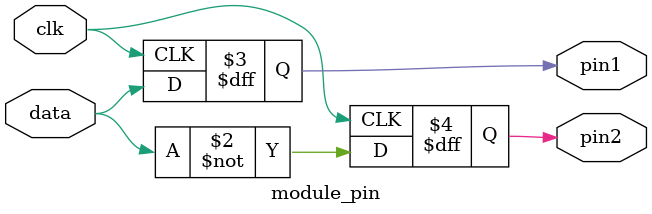
<source format=v>
/*
Command: set_output_delay
Description:
    -outputs can be a port of the main module or a pin of the instance of 'module_pin'
    -"-reference_pin ref_pin" refers to the clock that arrives at 'ref_pin', in this case ref_pin = ff_ref/clk 
SDC Example:
    set_output_delay 4.0 -clock clk1 [get_ports port2]
    set_output_delay 10 -reference_pin ff_ref/clk port1
*/

//Main module
module set_output_delay (
    input wire src_clk,
    input wire data_in,
    output reg port1, 
    output reg port2
);

    //Instance to create 'ref_pin' (ff_ref/clk)
    wire ff_ref_q;
    FF_ref ff_ref (.clk(src_clk), .D(data_in), .Q(ff_ref_q));

    //Instance to create pin outputs(ff_pin/pin1 and ff_pin/pin2)
    wire ff_pin_pin1;
    wire ff_pin_pin2;
    module_pin ff_pin (.clk(src_clk), .data(data_in), .pin1(ff_pin_pin1), .pin2(ff_pin_pin2));

    //Dummy logic
    always @(posedge src_clk) begin
       port1 <= ff_pin_pin1;
       port2 <= ff_pin_pin2;
    end

endmodule 


//Module defining reference pin
module FF_ref(
    input wire clk,
    input wire D,
    output reg Q
);
    always @(posedge clk) begin
        Q <= D;
    end
endmodule 

//Module defining pins
module module_pin(
    input wire clk, 
    input wire data,
    output reg pin1,
    output reg pin2
);
    always @(posedge clk) begin
        pin1 <= data;
        pin2 <= ~data;
    end
endmodule
</source>
